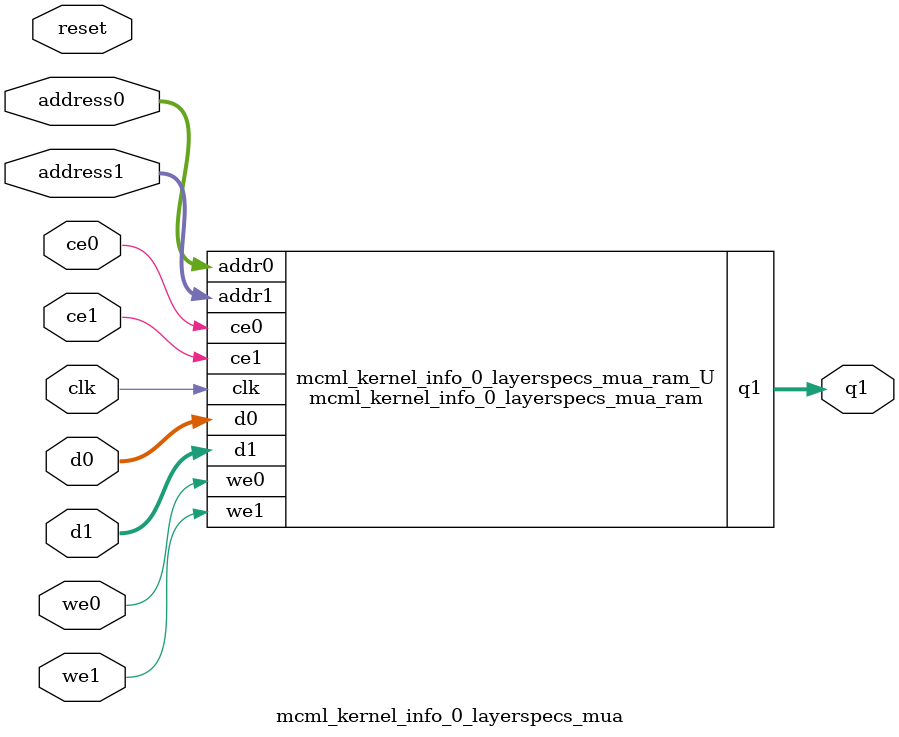
<source format=v>

`timescale 1 ns / 1 ps
module mcml_kernel_info_0_layerspecs_mua_ram (addr0, ce0, d0, we0, addr1, ce1, d1, we1, q1,  clk);

parameter DWIDTH = 32;
parameter AWIDTH = 4;
parameter MEM_SIZE = 10;

input[AWIDTH-1:0] addr0;
input ce0;
input[DWIDTH-1:0] d0;
input we0;
input[AWIDTH-1:0] addr1;
input ce1;
input[DWIDTH-1:0] d1;
input we1;
output reg[DWIDTH-1:0] q1;
input clk;

(* ram_style = "block" *)reg [DWIDTH-1:0] ram[MEM_SIZE-1:0];




always @(posedge clk)  
begin 
    if (ce0) 
    begin
        if (we0) 
        begin 
            ram[addr0] <= d0; 
        end 
    end
end


always @(posedge clk)  
begin 
    if (ce1) 
    begin
        if (we1) 
        begin 
            ram[addr1] <= d1; 
            q1 <= d1;
        end 
        else 
            q1 <= ram[addr1];
    end
end


endmodule


`timescale 1 ns / 1 ps
module mcml_kernel_info_0_layerspecs_mua(
    reset,
    clk,
    address0,
    ce0,
    we0,
    d0,
    address1,
    ce1,
    we1,
    d1,
    q1);

parameter DataWidth = 32'd32;
parameter AddressRange = 32'd10;
parameter AddressWidth = 32'd4;
input reset;
input clk;
input[AddressWidth - 1:0] address0;
input ce0;
input we0;
input[DataWidth - 1:0] d0;
input[AddressWidth - 1:0] address1;
input ce1;
input we1;
input[DataWidth - 1:0] d1;
output[DataWidth - 1:0] q1;



mcml_kernel_info_0_layerspecs_mua_ram mcml_kernel_info_0_layerspecs_mua_ram_U(
    .clk( clk ),
    .addr0( address0 ),
    .ce0( ce0 ),
    .d0( d0 ),
    .we0( we0 ),
    .addr1( address1 ),
    .ce1( ce1 ),
    .d1( d1 ),
    .we1( we1 ),
    .q1( q1 ));

endmodule


</source>
